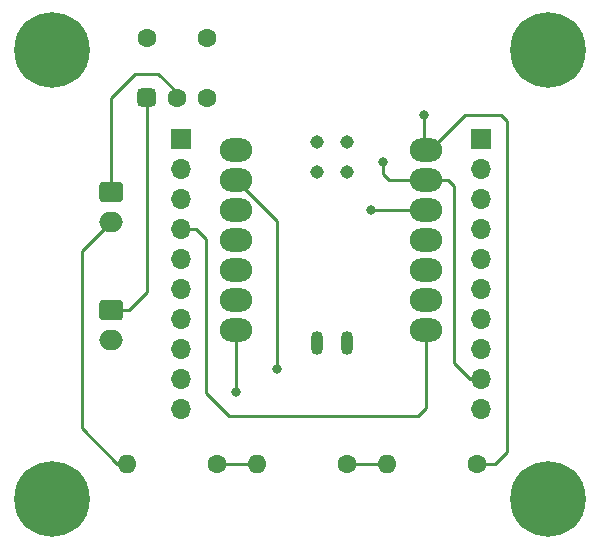
<source format=gbr>
%TF.GenerationSoftware,KiCad,Pcbnew,(5.1.9)-1*%
%TF.CreationDate,2022-08-15T05:54:05+09:00*%
%TF.ProjectId,Transmitter,5472616e-736d-4697-9474-65722e6b6963,rev?*%
%TF.SameCoordinates,Original*%
%TF.FileFunction,Copper,L1,Top*%
%TF.FilePolarity,Positive*%
%FSLAX46Y46*%
G04 Gerber Fmt 4.6, Leading zero omitted, Abs format (unit mm)*
G04 Created by KiCad (PCBNEW (5.1.9)-1) date 2022-08-15 05:54:05*
%MOMM*%
%LPD*%
G01*
G04 APERTURE LIST*
%TA.AperFunction,ComponentPad*%
%ADD10C,0.800000*%
%TD*%
%TA.AperFunction,ComponentPad*%
%ADD11C,6.400000*%
%TD*%
%TA.AperFunction,ComponentPad*%
%ADD12O,2.000000X1.700000*%
%TD*%
%TA.AperFunction,ComponentPad*%
%ADD13R,1.700000X1.700000*%
%TD*%
%TA.AperFunction,ComponentPad*%
%ADD14O,1.700000X1.700000*%
%TD*%
%TA.AperFunction,ComponentPad*%
%ADD15C,1.600000*%
%TD*%
%TA.AperFunction,ComponentPad*%
%ADD16O,1.600000X1.600000*%
%TD*%
%TA.AperFunction,SMDPad,CuDef*%
%ADD17O,2.748280X1.998980*%
%TD*%
%TA.AperFunction,SMDPad,CuDef*%
%ADD18O,1.016000X2.032000*%
%TD*%
%TA.AperFunction,SMDPad,CuDef*%
%ADD19C,1.143000*%
%TD*%
%TA.AperFunction,ViaPad*%
%ADD20C,0.800000*%
%TD*%
%TA.AperFunction,Conductor*%
%ADD21C,0.250000*%
%TD*%
G04 APERTURE END LIST*
D10*
%TO.P,REF\u002A\u002A,1*%
%TO.N,N/C*%
X168697056Y-110302944D03*
X167000000Y-109600000D03*
X165302944Y-110302944D03*
X164600000Y-112000000D03*
X165302944Y-113697056D03*
X167000000Y-114400000D03*
X168697056Y-113697056D03*
X169400000Y-112000000D03*
D11*
X167000000Y-112000000D03*
%TD*%
D10*
%TO.P,REF\u002A\u002A,1*%
%TO.N,N/C*%
X126697056Y-110302944D03*
X125000000Y-109600000D03*
X123302944Y-110302944D03*
X122600000Y-112000000D03*
X123302944Y-113697056D03*
X125000000Y-114400000D03*
X126697056Y-113697056D03*
X127400000Y-112000000D03*
D11*
X125000000Y-112000000D03*
%TD*%
D10*
%TO.P,REF\u002A\u002A,1*%
%TO.N,N/C*%
X168697056Y-72302944D03*
X167000000Y-71600000D03*
X165302944Y-72302944D03*
X164600000Y-74000000D03*
X165302944Y-75697056D03*
X167000000Y-76400000D03*
X168697056Y-75697056D03*
X169400000Y-74000000D03*
D11*
X167000000Y-74000000D03*
%TD*%
D10*
%TO.P,REF\u002A\u002A,1*%
%TO.N,N/C*%
X126697056Y-72302944D03*
X125000000Y-71600000D03*
X123302944Y-72302944D03*
X122600000Y-74000000D03*
X123302944Y-75697056D03*
X125000000Y-76400000D03*
X126697056Y-75697056D03*
X127400000Y-74000000D03*
D11*
X125000000Y-74000000D03*
%TD*%
%TO.P,ESS,1*%
%TO.N,+5V*%
%TA.AperFunction,ComponentPad*%
G36*
G01*
X129250000Y-95150000D02*
X130750000Y-95150000D01*
G75*
G02*
X131000000Y-95400000I0J-250000D01*
G01*
X131000000Y-96600000D01*
G75*
G02*
X130750000Y-96850000I-250000J0D01*
G01*
X129250000Y-96850000D01*
G75*
G02*
X129000000Y-96600000I0J250000D01*
G01*
X129000000Y-95400000D01*
G75*
G02*
X129250000Y-95150000I250000J0D01*
G01*
G37*
%TD.AperFunction*%
D12*
%TO.P,ESS,2*%
%TO.N,ESS_IN*%
X130000000Y-98500000D03*
%TD*%
D13*
%TO.P,J3,1*%
%TO.N,N/C*%
X135890000Y-81550000D03*
D14*
%TO.P,J3,2*%
X135890000Y-84090000D03*
%TO.P,J3,3*%
X135890000Y-86630000D03*
%TO.P,J3,4*%
%TO.N,RX*%
X135890000Y-89170000D03*
%TO.P,J3,5*%
%TO.N,N/C*%
X135890000Y-91710000D03*
%TO.P,J3,6*%
X135890000Y-94250000D03*
%TO.P,J3,7*%
X135890000Y-96790000D03*
%TO.P,J3,8*%
X135890000Y-99330000D03*
%TO.P,J3,9*%
%TO.N,+3V3*%
X135890000Y-101870000D03*
%TO.P,J3,10*%
%TO.N,N/C*%
X135890000Y-104410000D03*
%TD*%
%TO.P,J4,10*%
%TO.N,N/C*%
X161290000Y-104410000D03*
%TO.P,J4,9*%
%TO.N,GND*%
X161290000Y-101870000D03*
%TO.P,J4,8*%
%TO.N,N/C*%
X161290000Y-99330000D03*
%TO.P,J4,7*%
X161290000Y-96790000D03*
%TO.P,J4,6*%
X161290000Y-94250000D03*
%TO.P,J4,5*%
X161290000Y-91710000D03*
%TO.P,J4,4*%
X161290000Y-89170000D03*
%TO.P,J4,3*%
%TO.N,TX*%
X161290000Y-86630000D03*
%TO.P,J4,2*%
%TO.N,N/C*%
X161290000Y-84090000D03*
D13*
%TO.P,J4,1*%
X161290000Y-81550000D03*
%TD*%
%TO.P,5V,1*%
%TO.N,PW_IN*%
%TA.AperFunction,ComponentPad*%
G36*
G01*
X129250000Y-85150000D02*
X130750000Y-85150000D01*
G75*
G02*
X131000000Y-85400000I0J-250000D01*
G01*
X131000000Y-86600000D01*
G75*
G02*
X130750000Y-86850000I-250000J0D01*
G01*
X129250000Y-86850000D01*
G75*
G02*
X129000000Y-86600000I0J250000D01*
G01*
X129000000Y-85400000D01*
G75*
G02*
X129250000Y-85150000I250000J0D01*
G01*
G37*
%TD.AperFunction*%
D12*
%TO.P,5V,2*%
%TO.N,GND*%
X130000000Y-88500000D03*
%TD*%
D15*
%TO.P,SW,*%
%TO.N,*%
X138080000Y-72920000D03*
X133000000Y-72920000D03*
%TO.P,SW,1*%
%TO.N,+5V*%
%TA.AperFunction,ComponentPad*%
G36*
G01*
X132600000Y-77200000D02*
X133400000Y-77200000D01*
G75*
G02*
X133800000Y-77600000I0J-400000D01*
G01*
X133800000Y-78400000D01*
G75*
G02*
X133400000Y-78800000I-400000J0D01*
G01*
X132600000Y-78800000D01*
G75*
G02*
X132200000Y-78400000I0J400000D01*
G01*
X132200000Y-77600000D01*
G75*
G02*
X132600000Y-77200000I400000J0D01*
G01*
G37*
%TD.AperFunction*%
%TO.P,SW,2*%
%TO.N,PW_IN*%
X135540000Y-78000000D03*
%TO.P,SW,3*%
%TO.N,N/C*%
X138080000Y-78000000D03*
%TD*%
%TO.P,R1,1*%
%TO.N,Net-(R1-Pad1)*%
X139000000Y-109000000D03*
D16*
%TO.P,R1,2*%
%TO.N,GND*%
X131380000Y-109000000D03*
%TD*%
D15*
%TO.P,R2,1*%
%TO.N,Net-(R2-Pad1)*%
X150000000Y-109000000D03*
D16*
%TO.P,R2,2*%
%TO.N,Net-(R1-Pad1)*%
X142380000Y-109000000D03*
%TD*%
D15*
%TO.P,R3,1*%
%TO.N,+5V*%
X161000000Y-109000000D03*
D16*
%TO.P,R3,2*%
%TO.N,Net-(R2-Pad1)*%
X153380000Y-109000000D03*
%TD*%
D17*
%TO.P,U1,14*%
%TO.N,+5V*%
X156697680Y-82482180D03*
%TO.P,U1,13*%
%TO.N,GND*%
X156697680Y-85022180D03*
%TO.P,U1,12*%
%TO.N,+3V3*%
X156697680Y-87562180D03*
%TO.P,U1,11*%
%TO.N,N/C*%
X156697680Y-90102180D03*
%TO.P,U1,10*%
X156697680Y-92642180D03*
%TO.P,U1,9*%
X156697680Y-95182180D03*
%TO.P,U1,8*%
%TO.N,RX*%
X156697680Y-97722180D03*
%TO.P,U1,7*%
%TO.N,TX*%
X140533120Y-97722180D03*
%TO.P,U1,6*%
%TO.N,N/C*%
X140533120Y-95182180D03*
%TO.P,U1,5*%
X140533120Y-92642180D03*
%TO.P,U1,4*%
X140533120Y-90102180D03*
%TO.P,U1,3*%
X140533120Y-87562180D03*
%TO.P,U1,2*%
%TO.N,ESS_IN*%
X140533120Y-85022180D03*
%TO.P,U1,1*%
%TO.N,N/C*%
X140533120Y-82482180D03*
D18*
%TO.P,U1,15*%
X147400000Y-98800000D03*
%TO.P,U1,16*%
X149950000Y-98800000D03*
D19*
%TO.P,U1,17*%
X147398803Y-81795813D03*
%TO.P,U1,18*%
X149938803Y-81795813D03*
%TO.P,U1,19*%
X147398803Y-84335813D03*
%TO.P,U1,20*%
X149938803Y-84335813D03*
%TD*%
D20*
%TO.N,GND*%
X153000000Y-83500000D03*
%TO.N,+5V*%
X156500000Y-79500000D03*
%TO.N,+3V3*%
X152000000Y-87500000D03*
%TO.N,TX*%
X140533120Y-102966880D03*
%TO.N,ESS_IN*%
X144000000Y-101000000D03*
%TD*%
D21*
%TO.N,GND*%
X130500000Y-109000000D02*
X131380000Y-109000000D01*
X127500000Y-91000000D02*
X127500000Y-106000000D01*
X127500000Y-106000000D02*
X130500000Y-109000000D01*
X130000000Y-88500000D02*
X127500000Y-91000000D01*
X160370000Y-101870000D02*
X161290000Y-101870000D01*
X159000000Y-100500000D02*
X160370000Y-101870000D01*
X158522180Y-85022180D02*
X159000000Y-85500000D01*
X159000000Y-85500000D02*
X159000000Y-100500000D01*
X156697680Y-85022180D02*
X158522180Y-85022180D01*
X153000000Y-83500000D02*
X153000000Y-84500000D01*
X153522180Y-85022180D02*
X156697680Y-85022180D01*
X153000000Y-84500000D02*
X153522180Y-85022180D01*
%TO.N,+5V*%
X156500000Y-82284500D02*
X156697680Y-82482180D01*
X156500000Y-79500000D02*
X156500000Y-82284500D01*
X161000000Y-109000000D02*
X162500000Y-109000000D01*
X162500000Y-109000000D02*
X163500000Y-108000000D01*
X163500000Y-108000000D02*
X163500000Y-80000000D01*
X163500000Y-80000000D02*
X163000000Y-79500000D01*
X163000000Y-79500000D02*
X160000000Y-79500000D01*
X157017820Y-82482180D02*
X156697680Y-82482180D01*
X160000000Y-79500000D02*
X157017820Y-82482180D01*
X133000000Y-78000000D02*
X133000000Y-94500000D01*
X131500000Y-96000000D02*
X130000000Y-96000000D01*
X133000000Y-94500000D02*
X131500000Y-96000000D01*
%TO.N,RX*%
X137170000Y-89170000D02*
X135890000Y-89170000D01*
X138000000Y-103000000D02*
X138000000Y-90000000D01*
X140000000Y-105000000D02*
X138000000Y-103000000D01*
X156000000Y-105000000D02*
X140000000Y-105000000D01*
X156697680Y-104302320D02*
X156000000Y-105000000D01*
X138000000Y-90000000D02*
X137170000Y-89170000D01*
X156697680Y-97722180D02*
X156697680Y-104302320D01*
%TO.N,+3V3*%
X156635500Y-87500000D02*
X156697680Y-87562180D01*
X152000000Y-87500000D02*
X156635500Y-87500000D01*
%TO.N,TX*%
X140533120Y-97722180D02*
X140533120Y-102966880D01*
X140533120Y-102966880D02*
X140533120Y-102966880D01*
%TO.N,PW_IN*%
X135540000Y-77540000D02*
X135540000Y-78000000D01*
X134000000Y-76000000D02*
X135540000Y-77540000D01*
X132000000Y-76000000D02*
X134000000Y-76000000D01*
X130000000Y-78000000D02*
X132000000Y-76000000D01*
X130000000Y-86000000D02*
X130000000Y-78000000D01*
%TO.N,ESS_IN*%
X140533120Y-85022180D02*
X144000000Y-88489060D01*
X144000000Y-88489060D02*
X144000000Y-101000000D01*
X144000000Y-101000000D02*
X144000000Y-101000000D01*
%TO.N,Net-(R1-Pad1)*%
X139000000Y-109000000D02*
X142380000Y-109000000D01*
%TO.N,Net-(R2-Pad1)*%
X150000000Y-109000000D02*
X153380000Y-109000000D01*
%TD*%
M02*

</source>
